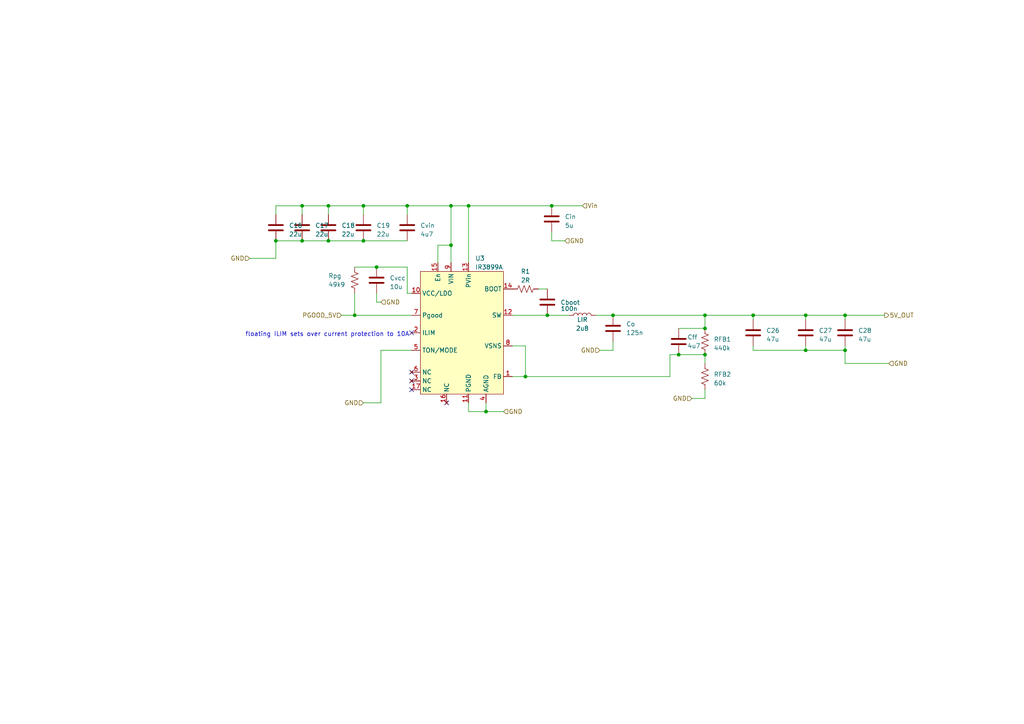
<source format=kicad_sch>
(kicad_sch (version 20230121) (generator eeschema)
  (paper "A4")
  (lib_symbols
    (symbol "Device:C" (pin_numbers hide) (pin_names (offset 0.254))
      (property "Reference" "C" (at 0.635 2.54 0))
      (property "Value" "C" (at 0.635 -2.54 0))
      (symbol "C_0_1"
        (polyline (pts (xy -2.032 -0.762) (xy 2.032 -0.762)) (stroke (width 0.508)))
        (polyline (pts (xy -2.032 0.762) (xy 2.032 0.762)) (stroke (width 0.508)))
      )
      (symbol "C_1_1"
        (pin passive line (at 0 3.81 270) (length 2.794) (name "~") (number "1"))
        (pin passive line (at 0 -3.81 90) (length 2.794) (name "~") (number "2"))
      )
    )
    (symbol "Device:L" (pin_numbers hide) (pin_names (offset 1.016) hide)
      (property "Reference" "L" (at -1.27 0 90))
      (property "Value" "L" (at 1.905 0 90))
      (symbol "L_0_1"
        (arc (start 0 -2.54) (mid 0.6323 -1.905) (end 0 -1.27))
        (arc (start 0 -1.27) (mid 0.6323 -0.635) (end 0 0))
        (arc (start 0 0) (mid 0.6323 0.635) (end 0 1.27))
        (arc (start 0 1.27) (mid 0.6323 1.905) (end 0 2.54))
      )
      (symbol "L_1_1"
        (pin passive line (at 0 3.81 270) (length 1.27) (name "1") (number "1"))
        (pin passive line (at 0 -3.81 90) (length 1.27) (name "2") (number "2"))
      )
    )
    (symbol "Device:R_US" (pin_numbers hide) (pin_names (offset 0))
      (property "Reference" "R" (at 2.54 0 90))
      (property "Value" "R_US" (at -2.54 0 90))
      (symbol "R_US_0_1"
        (polyline (pts (xy 0 -2.286) (xy 0 -2.54)))
        (polyline (pts (xy 0 2.286) (xy 0 2.54)))
        (polyline (pts (xy 0 -0.762) (xy 1.016 -1.143) (xy 0 -1.524) (xy -1.016 -1.905) (xy 0 -2.286)))
        (polyline (pts (xy 0 0.762) (xy 1.016 0.381) (xy 0 0) (xy -1.016 -0.381) (xy 0 -0.762)))
        (polyline (pts (xy 0 2.286) (xy 1.016 1.905) (xy 0 1.524) (xy -1.016 1.143) (xy 0 0.762)))
      )
      (symbol "R_US_1_1"
        (pin passive line (at 0 3.81 270) (length 1.27) (name "~") (number "1"))
        (pin passive line (at 0 -3.81 90) (length 1.27) (name "~") (number "2"))
      )
    )
    (symbol "crush-power-lib:IR3899A"
      (property "Reference" "U?" (at 7.0994 7.62 0))
      (property "Value" "IR3899A" (at 7.0994 5.08 0))
      (symbol "IR3899A_0_1"
        (rectangle (start -8.89 2.54) (end 15.24 -33.02) (fill (type background)))
      )
      (symbol "IR3899A_1_1"
        (pin input line (at 17.78 -27.94 180) (length 2.54) (name "FB") (number "1"))
        (pin power_in line (at -11.43 -3.81 0) (length 2.54) (name "VCC/LDO") (number "10"))
        (pin unspecified line (at 5.08 -35.56 90) (length 2.54) (name "PGND") (number "11"))
        (pin output line (at 17.78 -10.16 180) (length 2.54) (name "SW") (number "12"))
        (pin input line (at 5.08 5.08 270) (length 2.54) (name "PVin") (number "13"))
        (pin input line (at 17.78 -2.54 180) (length 2.54) (name "BOOT") (number "14"))
        (pin input line (at -3.81 5.08 270) (length 2.54) (name "En") (number "15"))
        (pin no_connect line (at -1.27 -35.56 90) (length 2.54) (name "NC") (number "16"))
        (pin unspecified line (at -11.43 -31.75 0) (length 2.54) (name "NC") (number "17"))
        (pin input line (at -11.43 -15.24 0) (length 2.54) (name "ILIM") (number "2"))
        (pin no_connect line (at -11.43 -29.21 0) (length 2.54) (name "NC") (number "3"))
        (pin unspecified line (at 10.16 -35.56 90) (length 2.54) (name "AGND") (number "4"))
        (pin input line (at -11.43 -20.32 0) (length 2.54) (name "TON/MODE") (number "5"))
        (pin no_connect line (at -11.43 -26.67 0) (length 2.54) (name "NC") (number "6"))
        (pin output line (at -11.43 -10.16 0) (length 2.54) (name "Pgood") (number "7"))
        (pin input line (at 17.78 -19.05 180) (length 2.54) (name "VSNS") (number "8"))
        (pin power_in line (at 0 5.08 270) (length 2.54) (name "VIN") (number "9"))
      )
    )
  )
  (junction (at 233.68 91.44))
  (junction (at 152.4 109.22))
  (junction (at 102.87 91.44))
  (junction (at 105.41 59.69))
  (junction (at 204.47 91.44))
  (junction (at 87.63 59.69))
  (junction (at 177.8 91.44))
  (junction (at 105.41 69.85))
  (junction (at 130.81 71.12))
  (junction (at 87.63 69.85))
  (junction (at 135.89 59.69))
  (junction (at 118.11 59.69))
  (junction (at 196.85 102.87))
  (junction (at 130.81 59.69))
  (junction (at 204.47 95.25))
  (junction (at 80.01 69.85))
  (junction (at 95.25 59.69))
  (junction (at 245.11 101.6))
  (junction (at 233.68 101.6))
  (junction (at 158.75 91.44))
  (junction (at 204.47 102.87))
  (junction (at 160.02 59.69))
  (junction (at 218.44 91.44))
  (junction (at 95.25 69.85))
  (junction (at 109.22 77.47))
  (junction (at 140.97 119.38))
  (junction (at 245.11 91.44))
  (no_connect (at 119.38 110.49))
  (no_connect (at 119.38 96.52))
  (no_connect (at 119.38 113.03))
  (no_connect (at 129.54 116.84))
  (no_connect (at 119.38 107.95))
  (wire (pts (xy 109.22 87.63) (xy 109.22 85.09)))
  (wire (pts (xy 163.83 69.85) (xy 160.02 69.85)))
  (wire (pts (xy 130.81 59.69) (xy 118.11 59.69)))
  (wire (pts (xy 204.47 115.57) (xy 204.47 113.03)))
  (wire (pts (xy 160.02 69.85) (xy 160.02 67.31)))
  (wire (pts (xy 177.8 101.6) (xy 177.8 99.06)))
  (wire (pts (xy 218.44 91.44) (xy 233.68 91.44)))
  (wire (pts (xy 140.97 119.38) (xy 146.05 119.38)))
  (wire (pts (xy 245.11 105.41) (xy 245.11 101.6)))
  (wire (pts (xy 110.49 87.63) (xy 109.22 87.63)))
  (wire (pts (xy 110.49 101.6) (xy 119.38 101.6)))
  (wire (pts (xy 87.63 69.85) (xy 95.25 69.85)))
  (wire (pts (xy 135.89 119.38) (xy 140.97 119.38)))
  (wire (pts (xy 148.59 100.33) (xy 152.4 100.33)))
  (wire (pts (xy 165.1 91.44) (xy 158.75 91.44)))
  (wire (pts (xy 218.44 101.6) (xy 233.68 101.6)))
  (wire (pts (xy 148.59 91.44) (xy 158.75 91.44)))
  (wire (pts (xy 233.68 101.6) (xy 245.11 101.6)))
  (wire (pts (xy 95.25 59.69) (xy 95.25 62.23)))
  (wire (pts (xy 233.68 92.71) (xy 233.68 91.44)))
  (wire (pts (xy 194.31 109.22) (xy 194.31 102.87)))
  (wire (pts (xy 80.01 59.69) (xy 80.01 62.23)))
  (wire (pts (xy 152.4 109.22) (xy 194.31 109.22)))
  (wire (pts (xy 196.85 95.25) (xy 204.47 95.25)))
  (wire (pts (xy 218.44 91.44) (xy 218.44 92.71)))
  (wire (pts (xy 110.49 101.6) (xy 110.49 116.84)))
  (wire (pts (xy 95.25 69.85) (xy 105.41 69.85)))
  (wire (pts (xy 173.99 101.6) (xy 177.8 101.6)))
  (wire (pts (xy 196.85 102.87) (xy 204.47 102.87)))
  (wire (pts (xy 152.4 100.33) (xy 152.4 109.22)))
  (wire (pts (xy 152.4 109.22) (xy 148.59 109.22)))
  (wire (pts (xy 160.02 59.69) (xy 168.91 59.69)))
  (wire (pts (xy 102.87 91.44) (xy 119.38 91.44)))
  (wire (pts (xy 177.8 91.44) (xy 204.47 91.44)))
  (wire (pts (xy 130.81 59.69) (xy 130.81 71.12)))
  (wire (pts (xy 87.63 59.69) (xy 80.01 59.69)))
  (wire (pts (xy 99.06 91.44) (xy 102.87 91.44)))
  (wire (pts (xy 172.72 91.44) (xy 177.8 91.44)))
  (wire (pts (xy 245.11 105.41) (xy 257.81 105.41)))
  (wire (pts (xy 135.89 59.69) (xy 135.89 76.2)))
  (wire (pts (xy 130.81 59.69) (xy 135.89 59.69)))
  (wire (pts (xy 109.22 77.47) (xy 118.11 77.47)))
  (wire (pts (xy 245.11 91.44) (xy 245.11 92.71)))
  (wire (pts (xy 204.47 91.44) (xy 218.44 91.44)))
  (wire (pts (xy 105.41 59.69) (xy 95.25 59.69)))
  (wire (pts (xy 130.81 76.2) (xy 130.81 71.12)))
  (wire (pts (xy 135.89 116.84) (xy 135.89 119.38)))
  (wire (pts (xy 105.41 59.69) (xy 118.11 59.69)))
  (wire (pts (xy 194.31 102.87) (xy 196.85 102.87)))
  (wire (pts (xy 135.89 59.69) (xy 160.02 59.69)))
  (wire (pts (xy 80.01 69.85) (xy 80.01 74.93)))
  (wire (pts (xy 233.68 91.44) (xy 245.11 91.44)))
  (wire (pts (xy 127 71.12) (xy 130.81 71.12)))
  (wire (pts (xy 80.01 69.85) (xy 87.63 69.85)))
  (wire (pts (xy 218.44 100.33) (xy 218.44 101.6)))
  (wire (pts (xy 140.97 116.84) (xy 140.97 119.38)))
  (wire (pts (xy 105.41 116.84) (xy 110.49 116.84)))
  (wire (pts (xy 245.11 100.33) (xy 245.11 101.6)))
  (wire (pts (xy 95.25 59.69) (xy 87.63 59.69)))
  (wire (pts (xy 245.11 91.44) (xy 256.54 91.44)))
  (wire (pts (xy 105.41 69.85) (xy 118.11 69.85)))
  (wire (pts (xy 204.47 102.87) (xy 204.47 105.41)))
  (wire (pts (xy 118.11 77.47) (xy 118.11 85.09)))
  (wire (pts (xy 118.11 85.09) (xy 119.38 85.09)))
  (wire (pts (xy 87.63 59.69) (xy 87.63 62.23)))
  (wire (pts (xy 118.11 59.69) (xy 118.11 62.23)))
  (wire (pts (xy 156.21 83.82) (xy 158.75 83.82)))
  (wire (pts (xy 105.41 62.23) (xy 105.41 59.69)))
  (wire (pts (xy 127 76.2) (xy 127 71.12)))
  (wire (pts (xy 102.87 77.47) (xy 109.22 77.47)))
  (wire (pts (xy 102.87 85.09) (xy 102.87 91.44)))
  (wire (pts (xy 233.68 101.6) (xy 233.68 100.33)))
  (wire (pts (xy 204.47 91.44) (xy 204.47 95.25)))
  (wire (pts (xy 200.66 115.57) (xy 204.47 115.57)))
  (wire (pts (xy 80.01 74.93) (xy 72.39 74.93)))
  (text "floating ILIM sets over current protection to 10A" (at 71.12 97.79 0) (effects (font (size 1.27 1.27)) (justify left bottom)))
  (hierarchical_label "Vin" (shape input) (at 168.91 59.69 0))
  (hierarchical_label "PGOOD_5V" (shape input) (at 99.06 91.44 180))
  (hierarchical_label "GND" (shape input) (at 173.99 101.6 180))
  (hierarchical_label "GND" (shape input) (at 110.49 87.63 0))
  (hierarchical_label "GND" (shape input) (at 200.66 115.57 180))
  (hierarchical_label "GND" (shape input) (at 105.41 116.84 180))
  (hierarchical_label "5V_OUT" (shape output) (at 256.54 91.44 0))
  (hierarchical_label "GND" (shape input) (at 163.83 69.85 0))
  (hierarchical_label "GND" (shape input) (at 146.05 119.38 0))
  (hierarchical_label "GND" (shape input) (at 257.81 105.41 0))
  (hierarchical_label "GND" (shape input) (at 72.39 74.93 180))
  (symbol (lib_id "Device:C") (at 158.75 87.63 0) (unit 1)
    (property "Reference" "Cboot" (at 162.56 86.995 0) (effects (justify left top)))
    (property "Value" "100n" (at 162.56 89.535 0) (effects (justify left)))
    (instances (project "crush-power-board" (path "" (reference "Cboot") (unit 1)) (path "" (reference "C22") (unit 1))))
  )
  (symbol (lib_id "Device:C") (at 87.63 66.04 0) (unit 1)
    (property "Reference" "C17" (at 91.44 65.405 0) (effects (justify left)))
    (property "Value" "22u" (at 91.44 67.945 0) (effects (justify left)))
    (property "Footprint" "Capacitor_SMD:C_0805_2012Metric_Pad1.18x1.45mm_HandSolder" (effects hide))
  )
  (symbol (lib_id "Device:C") (at 105.41 66.04 0) (unit 1)
    (property "Reference" "C19" (at 109.22 65.405 0) (effects (justify left)))
    (property "Value" "22u" (at 109.22 67.945 0) (effects (justify left)))
    (property "Footprint" "Capacitor_SMD:C_0805_2012Metric_Pad1.18x1.45mm_HandSolder" (effects hide))
  )
  (symbol (lib_id "Device:C") (at 196.85 99.06 0) (unit 1)
    (property "Reference" "Cff" (at 199.39 97.79 0) (effects (justify left)))
    (property "Value" "4u7" (at 199.39 100.33 0) (effects (justify left)))
    (property "Footprint" "Capacitor_SMD:C_0603_1608Metric_Pad1.08x0.95mm_HandSolder" (effects hide))
    (instances (project "crush-power-board" (path "" (reference "Cff") (unit 1)) (path "" (reference "C25") (unit 1))))
  )
  (symbol (lib_id "Device:C") (at 160.02 63.5 0) (unit 1)
    (property "Reference" "Cin" (at 163.83 62.865 0) (effects (justify left)))
    (property "Value" "5u" (at 163.83 65.405 0) (effects (justify left)))
    (instances (project "crush-power-board" (path "" (reference "Cin") (unit 1)) (path "" (reference "C23") (unit 1))))
  )
  (symbol (lib_id "Device:C") (at 218.44 96.52 0) (unit 1)
    (property "Reference" "C26" (at 222.25 95.885 0) (effects (justify left)))
    (property "Value" "47u" (at 222.25 98.425 0) (effects (justify left)))
    (property "Footprint" "Capacitor_SMD:C_0805_2012Metric_Pad1.18x1.45mm_HandSolder" (effects hide))
  )
  (symbol (lib_id "Device:C") (at 95.25 66.04 0) (unit 1)
    (property "Reference" "C18" (at 99.06 65.405 0) (effects (justify left)))
    (property "Value" "22u" (at 99.06 67.945 0) (effects (justify left)))
    (property "Footprint" "Capacitor_SMD:C_0805_2012Metric_Pad1.18x1.45mm_HandSolder" (effects hide))
  )
  (symbol (lib_id "Device:R_US") (at 152.4 83.82 90) (unit 1)
    (property "Reference" "R1" (at 152.4 78.74 90))
    (property "Value" "2R" (at 152.4 81.28 90))
    (property "Footprint" "Resistor_SMD:R_0201_0603Metric" (effects hide))
    (instances (project "crush-power-board" (path "" (reference "R1") (unit 1)) (path "" (reference "R16") (unit 1))))
  )
  (symbol (lib_id "Device:C") (at 118.11 66.04 0) (unit 1)
    (property "Reference" "Cvin" (at 121.92 65.405 0) (effects (justify left)))
    (property "Value" "4u7" (at 121.92 67.945 0) (effects (justify left)))
    (instances (project "crush-power-board" (path "" (reference "Cvin") (unit 1)) (path "" (reference "C21") (unit 1))))
  )
  (symbol (lib_id "crush-power-lib:IR3899A") (at 130.81 81.28 0) (unit 1)
    (property "Reference" "U3" (at 137.8459 74.93 0) (effects (justify left)))
    (property "Value" "IR3899A" (at 137.8459 77.47 0) (effects (justify left)))
    (property "Footprint" "crush-power-footprints:IR3899AMTRPBFAUMA1" (effects hide))
    (property "Datasheet" "https://www.infineon.com/dgdl/Infineon-IR3899AMTRPBF-DataSheet-v02_30-EN.pdf?fileId=5546d46276fb756a0177072216135f1f" (effects hide))
  )
  (symbol (lib_id "Device:R_US") (at 204.47 99.06 0) (unit 1)
    (property "Reference" "RFB1" (at 207.01 98.425 0) (effects (justify left)))
    (property "Value" "440k" (at 207.01 100.965 0) (effects (justify left)))
    (property "Footprint" "Resistor_SMD:R_0201_0603Metric" (effects hide))
    (instances (project "crush-power-board" (path "" (reference "RFB1") (unit 1)) (path "" (reference "R17") (unit 1))))
  )
  (symbol (lib_id "Device:C") (at 233.68 96.52 0) (unit 1)
    (property "Reference" "C27" (at 237.49 95.885 0) (effects (justify left)))
    (property "Value" "47u" (at 237.49 98.425 0) (effects (justify left)))
    (property "Footprint" "Capacitor_SMD:C_0805_2012Metric_Pad1.18x1.45mm_HandSolder" (effects hide))
  )
  (symbol (lib_id "Device:R_US") (at 204.47 109.22 0) (unit 1)
    (property "Reference" "RFB2" (at 207.01 108.585 0) (effects (justify left)))
    (property "Value" "60k" (at 207.01 111.125 0) (effects (justify left)))
    (property "Footprint" "Resistor_SMD:R_0201_0603Metric" (effects hide))
    (instances (project "crush-power-board" (path "" (reference "RFB2") (unit 1)) (path "" (reference "R18") (unit 1))))
  )
  (symbol (lib_id "Device:C") (at 245.11 96.52 0) (unit 1)
    (property "Reference" "C28" (at 248.92 95.885 0) (effects (justify left)))
    (property "Value" "47u" (at 248.92 98.425 0) (effects (justify left)))
    (property "Footprint" "Capacitor_SMD:C_0805_2012Metric_Pad1.18x1.45mm_HandSolder" (effects hide))
  )
  (symbol (lib_id "Device:C") (at 177.8 95.25 0) (unit 1)
    (property "Reference" "Co" (at 181.61 93.98 0) (effects (justify left)))
    (property "Value" "125n" (at 181.61 96.52 0) (effects (justify left)))
    (instances (project "crush-power-board" (path "" (reference "Co") (unit 1)) (path "" (reference "C24") (unit 1))))
  )
  (symbol (lib_id "Device:C") (at 109.22 81.28 0) (unit 1)
    (property "Reference" "Cvcc" (at 113.03 80.645 0) (effects (justify left)))
    (property "Value" "10u" (at 113.03 83.185 0) (effects (justify left)))
    (instances (project "crush-power-board" (path "" (reference "Cvcc") (unit 1)) (path "" (reference "C20") (unit 1))))
  )
  (symbol (lib_id "Device:L") (at 168.91 91.44 90) (unit 1)
    (property "Reference" "LIR" (at 168.91 92.71 90))
    (property "Value" "2u8" (at 168.91 95.25 90))
    (property "Footprint" "crush-power-footprints:IND_1365-WE-HCI_WRE-L" (effects hide))
    (property "Datasheet" "digikey.com/en/products/detail/würth-elektronik/7443551280/1638531" (effects hide))
    (instances (project "crush-power-board" (path "" (reference "LIR") (unit 1)) (path "" (reference "L3") (unit 1))))
  )
  (symbol (lib_id "Device:C") (at 80.01 66.04 0) (unit 1)
    (property "Reference" "C16" (at 83.82 65.405 0) (effects (justify left)))
    (property "Value" "22u" (at 83.82 67.945 0) (effects (justify left)))
    (property "Footprint" "Capacitor_SMD:C_0805_2012Metric_Pad1.18x1.45mm_HandSolder" (effects hide))
  )
  (symbol (lib_id "Device:R_US") (at 102.87 81.28 0) (unit 1)
    (property "Reference" "Rpg" (at 95.25 80.01 0) (effects (justify left)))
    (property "Value" "49k9" (at 95.25 82.55 0) (effects (justify left)))
    (property "Footprint" "Resistor_SMD:R_0201_0603Metric" (effects hide))
    (instances (project "crush-power-board" (path "" (reference "Rpg") (unit 1)) (path "" (reference "R15") (unit 1))))
  )
)
</source>
